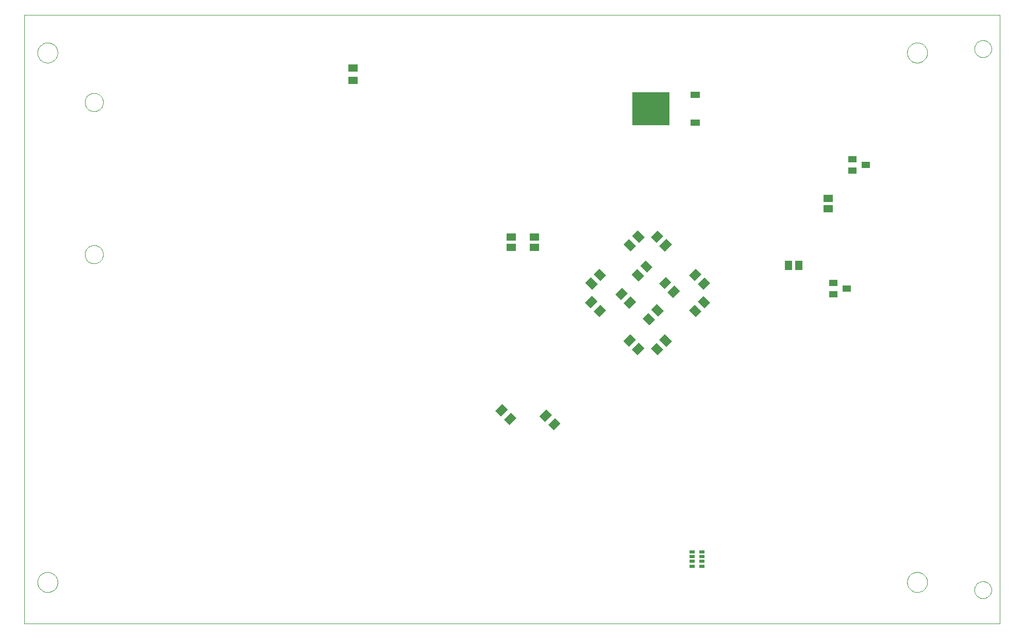
<source format=gbp>
G75*
G70*
%OFA0B0*%
%FSLAX24Y24*%
%IPPOS*%
%LPD*%
%AMOC8*
5,1,8,0,0,1.08239X$1,22.5*
%
%ADD10R,0.0512X0.0630*%
%ADD11C,0.0000*%
%ADD12R,0.0630X0.0394*%
%ADD13R,0.2441X0.2126*%
%ADD14R,0.0354X0.0197*%
%ADD15R,0.0551X0.0394*%
%ADD16R,0.0512X0.0591*%
%ADD17R,0.0591X0.0512*%
%ADD18R,0.0630X0.0512*%
D10*
G36*
X035760Y021651D02*
X036122Y021289D01*
X035678Y020845D01*
X035316Y021207D01*
X035760Y021651D01*
G37*
G36*
X036317Y021094D02*
X036679Y020732D01*
X036235Y020288D01*
X035873Y020650D01*
X036317Y021094D01*
G37*
G36*
X038528Y020495D02*
X038166Y020857D01*
X038610Y021301D01*
X038972Y020939D01*
X038528Y020495D01*
G37*
G36*
X039085Y019938D02*
X038723Y020300D01*
X039167Y020744D01*
X039529Y020382D01*
X039085Y019938D01*
G37*
G36*
X044594Y025610D02*
X044956Y025248D01*
X044512Y024804D01*
X044150Y025166D01*
X044594Y025610D01*
G37*
G36*
X044037Y026167D02*
X044399Y025805D01*
X043955Y025361D01*
X043593Y025723D01*
X044037Y026167D01*
G37*
G36*
X045637Y027111D02*
X045275Y026749D01*
X044831Y027193D01*
X045193Y027555D01*
X045637Y027111D01*
G37*
G36*
X046193Y027668D02*
X045831Y027306D01*
X045387Y027750D01*
X045749Y028112D01*
X046193Y027668D01*
G37*
G36*
X046892Y029322D02*
X047254Y028960D01*
X046810Y028516D01*
X046448Y028878D01*
X046892Y029322D01*
G37*
G36*
X046335Y029879D02*
X046697Y029517D01*
X046253Y029073D01*
X045891Y029435D01*
X046335Y029879D01*
G37*
G36*
X044680Y030578D02*
X045042Y030940D01*
X045486Y030496D01*
X045124Y030134D01*
X044680Y030578D01*
G37*
G36*
X044124Y030021D02*
X044486Y030383D01*
X044930Y029939D01*
X044568Y029577D01*
X044124Y030021D01*
G37*
G36*
X043425Y028366D02*
X043063Y028728D01*
X043507Y029172D01*
X043869Y028810D01*
X043425Y028366D01*
G37*
G36*
X043982Y027809D02*
X043620Y028171D01*
X044064Y028615D01*
X044426Y028253D01*
X043982Y027809D01*
G37*
G36*
X042119Y028085D02*
X042481Y027723D01*
X042037Y027279D01*
X041675Y027641D01*
X042119Y028085D01*
G37*
G36*
X041562Y028642D02*
X041924Y028280D01*
X041480Y027836D01*
X041118Y028198D01*
X041562Y028642D01*
G37*
G36*
X041118Y029491D02*
X041480Y029853D01*
X041924Y029409D01*
X041562Y029047D01*
X041118Y029491D01*
G37*
G36*
X041675Y030048D02*
X042037Y030410D01*
X042481Y029966D01*
X042119Y029604D01*
X041675Y030048D01*
G37*
G36*
X044399Y031884D02*
X044037Y031522D01*
X043593Y031966D01*
X043955Y032328D01*
X044399Y031884D01*
G37*
G36*
X044956Y032440D02*
X044594Y032078D01*
X044150Y032522D01*
X044512Y032884D01*
X044956Y032440D01*
G37*
G36*
X045805Y032885D02*
X046167Y032523D01*
X045723Y032079D01*
X045361Y032441D01*
X045805Y032885D01*
G37*
G36*
X046362Y032328D02*
X046724Y031966D01*
X046280Y031522D01*
X045918Y031884D01*
X046362Y032328D01*
G37*
G36*
X048280Y030410D02*
X048642Y030048D01*
X048198Y029604D01*
X047836Y029966D01*
X048280Y030410D01*
G37*
G36*
X048837Y029853D02*
X049199Y029491D01*
X048755Y029047D01*
X048393Y029409D01*
X048837Y029853D01*
G37*
G36*
X048393Y028280D02*
X048755Y028642D01*
X049199Y028198D01*
X048837Y027836D01*
X048393Y028280D01*
G37*
G36*
X047836Y027723D02*
X048198Y028085D01*
X048642Y027641D01*
X048280Y027279D01*
X047836Y027723D01*
G37*
G36*
X046724Y025723D02*
X046362Y025361D01*
X045918Y025805D01*
X046280Y026167D01*
X046724Y025723D01*
G37*
G36*
X046167Y025166D02*
X045805Y024804D01*
X045361Y025248D01*
X045723Y025610D01*
X046167Y025166D01*
G37*
D11*
X004848Y007430D02*
X004848Y046810D01*
X067948Y046810D01*
X067948Y007430D01*
X004848Y007430D01*
X005698Y010120D02*
X005700Y010170D01*
X005706Y010220D01*
X005716Y010270D01*
X005729Y010318D01*
X005746Y010366D01*
X005767Y010412D01*
X005791Y010456D01*
X005819Y010498D01*
X005850Y010538D01*
X005884Y010575D01*
X005921Y010610D01*
X005960Y010641D01*
X006001Y010670D01*
X006045Y010695D01*
X006091Y010717D01*
X006138Y010735D01*
X006186Y010749D01*
X006235Y010760D01*
X006285Y010767D01*
X006335Y010770D01*
X006386Y010769D01*
X006436Y010764D01*
X006486Y010755D01*
X006534Y010743D01*
X006582Y010726D01*
X006628Y010706D01*
X006673Y010683D01*
X006716Y010656D01*
X006756Y010626D01*
X006794Y010593D01*
X006829Y010557D01*
X006862Y010518D01*
X006891Y010477D01*
X006917Y010434D01*
X006940Y010389D01*
X006959Y010342D01*
X006974Y010294D01*
X006986Y010245D01*
X006994Y010195D01*
X006998Y010145D01*
X006998Y010095D01*
X006994Y010045D01*
X006986Y009995D01*
X006974Y009946D01*
X006959Y009898D01*
X006940Y009851D01*
X006917Y009806D01*
X006891Y009763D01*
X006862Y009722D01*
X006829Y009683D01*
X006794Y009647D01*
X006756Y009614D01*
X006716Y009584D01*
X006673Y009557D01*
X006628Y009534D01*
X006582Y009514D01*
X006534Y009497D01*
X006486Y009485D01*
X006436Y009476D01*
X006386Y009471D01*
X006335Y009470D01*
X006285Y009473D01*
X006235Y009480D01*
X006186Y009491D01*
X006138Y009505D01*
X006091Y009523D01*
X006045Y009545D01*
X006001Y009570D01*
X005960Y009599D01*
X005921Y009630D01*
X005884Y009665D01*
X005850Y009702D01*
X005819Y009742D01*
X005791Y009784D01*
X005767Y009828D01*
X005746Y009874D01*
X005729Y009922D01*
X005716Y009970D01*
X005706Y010020D01*
X005700Y010070D01*
X005698Y010120D01*
X008757Y031323D02*
X008759Y031371D01*
X008765Y031419D01*
X008775Y031466D01*
X008788Y031512D01*
X008806Y031557D01*
X008826Y031601D01*
X008851Y031643D01*
X008879Y031682D01*
X008909Y031719D01*
X008943Y031753D01*
X008980Y031785D01*
X009018Y031814D01*
X009059Y031839D01*
X009102Y031861D01*
X009147Y031879D01*
X009193Y031893D01*
X009240Y031904D01*
X009288Y031911D01*
X009336Y031914D01*
X009384Y031913D01*
X009432Y031908D01*
X009480Y031899D01*
X009526Y031887D01*
X009571Y031870D01*
X009615Y031850D01*
X009657Y031827D01*
X009697Y031800D01*
X009735Y031770D01*
X009770Y031737D01*
X009802Y031701D01*
X009832Y031663D01*
X009858Y031622D01*
X009880Y031579D01*
X009900Y031535D01*
X009915Y031490D01*
X009927Y031443D01*
X009935Y031395D01*
X009939Y031347D01*
X009939Y031299D01*
X009935Y031251D01*
X009927Y031203D01*
X009915Y031156D01*
X009900Y031111D01*
X009880Y031067D01*
X009858Y031024D01*
X009832Y030983D01*
X009802Y030945D01*
X009770Y030909D01*
X009735Y030876D01*
X009697Y030846D01*
X009657Y030819D01*
X009615Y030796D01*
X009571Y030776D01*
X009526Y030759D01*
X009480Y030747D01*
X009432Y030738D01*
X009384Y030733D01*
X009336Y030732D01*
X009288Y030735D01*
X009240Y030742D01*
X009193Y030753D01*
X009147Y030767D01*
X009102Y030785D01*
X009059Y030807D01*
X009018Y030832D01*
X008980Y030861D01*
X008943Y030893D01*
X008909Y030927D01*
X008879Y030964D01*
X008851Y031003D01*
X008826Y031045D01*
X008806Y031089D01*
X008788Y031134D01*
X008775Y031180D01*
X008765Y031227D01*
X008759Y031275D01*
X008757Y031323D01*
X008757Y041166D02*
X008759Y041214D01*
X008765Y041262D01*
X008775Y041309D01*
X008788Y041355D01*
X008806Y041400D01*
X008826Y041444D01*
X008851Y041486D01*
X008879Y041525D01*
X008909Y041562D01*
X008943Y041596D01*
X008980Y041628D01*
X009018Y041657D01*
X009059Y041682D01*
X009102Y041704D01*
X009147Y041722D01*
X009193Y041736D01*
X009240Y041747D01*
X009288Y041754D01*
X009336Y041757D01*
X009384Y041756D01*
X009432Y041751D01*
X009480Y041742D01*
X009526Y041730D01*
X009571Y041713D01*
X009615Y041693D01*
X009657Y041670D01*
X009697Y041643D01*
X009735Y041613D01*
X009770Y041580D01*
X009802Y041544D01*
X009832Y041506D01*
X009858Y041465D01*
X009880Y041422D01*
X009900Y041378D01*
X009915Y041333D01*
X009927Y041286D01*
X009935Y041238D01*
X009939Y041190D01*
X009939Y041142D01*
X009935Y041094D01*
X009927Y041046D01*
X009915Y040999D01*
X009900Y040954D01*
X009880Y040910D01*
X009858Y040867D01*
X009832Y040826D01*
X009802Y040788D01*
X009770Y040752D01*
X009735Y040719D01*
X009697Y040689D01*
X009657Y040662D01*
X009615Y040639D01*
X009571Y040619D01*
X009526Y040602D01*
X009480Y040590D01*
X009432Y040581D01*
X009384Y040576D01*
X009336Y040575D01*
X009288Y040578D01*
X009240Y040585D01*
X009193Y040596D01*
X009147Y040610D01*
X009102Y040628D01*
X009059Y040650D01*
X009018Y040675D01*
X008980Y040704D01*
X008943Y040736D01*
X008909Y040770D01*
X008879Y040807D01*
X008851Y040846D01*
X008826Y040888D01*
X008806Y040932D01*
X008788Y040977D01*
X008775Y041023D01*
X008765Y041070D01*
X008759Y041118D01*
X008757Y041166D01*
X005698Y044370D02*
X005700Y044420D01*
X005706Y044470D01*
X005716Y044520D01*
X005729Y044568D01*
X005746Y044616D01*
X005767Y044662D01*
X005791Y044706D01*
X005819Y044748D01*
X005850Y044788D01*
X005884Y044825D01*
X005921Y044860D01*
X005960Y044891D01*
X006001Y044920D01*
X006045Y044945D01*
X006091Y044967D01*
X006138Y044985D01*
X006186Y044999D01*
X006235Y045010D01*
X006285Y045017D01*
X006335Y045020D01*
X006386Y045019D01*
X006436Y045014D01*
X006486Y045005D01*
X006534Y044993D01*
X006582Y044976D01*
X006628Y044956D01*
X006673Y044933D01*
X006716Y044906D01*
X006756Y044876D01*
X006794Y044843D01*
X006829Y044807D01*
X006862Y044768D01*
X006891Y044727D01*
X006917Y044684D01*
X006940Y044639D01*
X006959Y044592D01*
X006974Y044544D01*
X006986Y044495D01*
X006994Y044445D01*
X006998Y044395D01*
X006998Y044345D01*
X006994Y044295D01*
X006986Y044245D01*
X006974Y044196D01*
X006959Y044148D01*
X006940Y044101D01*
X006917Y044056D01*
X006891Y044013D01*
X006862Y043972D01*
X006829Y043933D01*
X006794Y043897D01*
X006756Y043864D01*
X006716Y043834D01*
X006673Y043807D01*
X006628Y043784D01*
X006582Y043764D01*
X006534Y043747D01*
X006486Y043735D01*
X006436Y043726D01*
X006386Y043721D01*
X006335Y043720D01*
X006285Y043723D01*
X006235Y043730D01*
X006186Y043741D01*
X006138Y043755D01*
X006091Y043773D01*
X006045Y043795D01*
X006001Y043820D01*
X005960Y043849D01*
X005921Y043880D01*
X005884Y043915D01*
X005850Y043952D01*
X005819Y043992D01*
X005791Y044034D01*
X005767Y044078D01*
X005746Y044124D01*
X005729Y044172D01*
X005716Y044220D01*
X005706Y044270D01*
X005700Y044320D01*
X005698Y044370D01*
X061948Y044370D02*
X061950Y044420D01*
X061956Y044470D01*
X061966Y044520D01*
X061979Y044568D01*
X061996Y044616D01*
X062017Y044662D01*
X062041Y044706D01*
X062069Y044748D01*
X062100Y044788D01*
X062134Y044825D01*
X062171Y044860D01*
X062210Y044891D01*
X062251Y044920D01*
X062295Y044945D01*
X062341Y044967D01*
X062388Y044985D01*
X062436Y044999D01*
X062485Y045010D01*
X062535Y045017D01*
X062585Y045020D01*
X062636Y045019D01*
X062686Y045014D01*
X062736Y045005D01*
X062784Y044993D01*
X062832Y044976D01*
X062878Y044956D01*
X062923Y044933D01*
X062966Y044906D01*
X063006Y044876D01*
X063044Y044843D01*
X063079Y044807D01*
X063112Y044768D01*
X063141Y044727D01*
X063167Y044684D01*
X063190Y044639D01*
X063209Y044592D01*
X063224Y044544D01*
X063236Y044495D01*
X063244Y044445D01*
X063248Y044395D01*
X063248Y044345D01*
X063244Y044295D01*
X063236Y044245D01*
X063224Y044196D01*
X063209Y044148D01*
X063190Y044101D01*
X063167Y044056D01*
X063141Y044013D01*
X063112Y043972D01*
X063079Y043933D01*
X063044Y043897D01*
X063006Y043864D01*
X062966Y043834D01*
X062923Y043807D01*
X062878Y043784D01*
X062832Y043764D01*
X062784Y043747D01*
X062736Y043735D01*
X062686Y043726D01*
X062636Y043721D01*
X062585Y043720D01*
X062535Y043723D01*
X062485Y043730D01*
X062436Y043741D01*
X062388Y043755D01*
X062341Y043773D01*
X062295Y043795D01*
X062251Y043820D01*
X062210Y043849D01*
X062171Y043880D01*
X062134Y043915D01*
X062100Y043952D01*
X062069Y043992D01*
X062041Y044034D01*
X062017Y044078D01*
X061996Y044124D01*
X061979Y044172D01*
X061966Y044220D01*
X061956Y044270D01*
X061950Y044320D01*
X061948Y044370D01*
X066298Y044620D02*
X066300Y044667D01*
X066306Y044713D01*
X066316Y044759D01*
X066329Y044803D01*
X066347Y044847D01*
X066368Y044888D01*
X066392Y044928D01*
X066420Y044966D01*
X066451Y045001D01*
X066485Y045033D01*
X066521Y045062D01*
X066560Y045088D01*
X066600Y045111D01*
X066643Y045130D01*
X066687Y045146D01*
X066732Y045158D01*
X066778Y045166D01*
X066825Y045170D01*
X066871Y045170D01*
X066918Y045166D01*
X066964Y045158D01*
X067009Y045146D01*
X067053Y045130D01*
X067096Y045111D01*
X067136Y045088D01*
X067175Y045062D01*
X067211Y045033D01*
X067245Y045001D01*
X067276Y044966D01*
X067304Y044928D01*
X067328Y044888D01*
X067349Y044847D01*
X067367Y044803D01*
X067380Y044759D01*
X067390Y044713D01*
X067396Y044667D01*
X067398Y044620D01*
X067396Y044573D01*
X067390Y044527D01*
X067380Y044481D01*
X067367Y044437D01*
X067349Y044393D01*
X067328Y044352D01*
X067304Y044312D01*
X067276Y044274D01*
X067245Y044239D01*
X067211Y044207D01*
X067175Y044178D01*
X067136Y044152D01*
X067096Y044129D01*
X067053Y044110D01*
X067009Y044094D01*
X066964Y044082D01*
X066918Y044074D01*
X066871Y044070D01*
X066825Y044070D01*
X066778Y044074D01*
X066732Y044082D01*
X066687Y044094D01*
X066643Y044110D01*
X066600Y044129D01*
X066560Y044152D01*
X066521Y044178D01*
X066485Y044207D01*
X066451Y044239D01*
X066420Y044274D01*
X066392Y044312D01*
X066368Y044352D01*
X066347Y044393D01*
X066329Y044437D01*
X066316Y044481D01*
X066306Y044527D01*
X066300Y044573D01*
X066298Y044620D01*
X061948Y010120D02*
X061950Y010170D01*
X061956Y010220D01*
X061966Y010270D01*
X061979Y010318D01*
X061996Y010366D01*
X062017Y010412D01*
X062041Y010456D01*
X062069Y010498D01*
X062100Y010538D01*
X062134Y010575D01*
X062171Y010610D01*
X062210Y010641D01*
X062251Y010670D01*
X062295Y010695D01*
X062341Y010717D01*
X062388Y010735D01*
X062436Y010749D01*
X062485Y010760D01*
X062535Y010767D01*
X062585Y010770D01*
X062636Y010769D01*
X062686Y010764D01*
X062736Y010755D01*
X062784Y010743D01*
X062832Y010726D01*
X062878Y010706D01*
X062923Y010683D01*
X062966Y010656D01*
X063006Y010626D01*
X063044Y010593D01*
X063079Y010557D01*
X063112Y010518D01*
X063141Y010477D01*
X063167Y010434D01*
X063190Y010389D01*
X063209Y010342D01*
X063224Y010294D01*
X063236Y010245D01*
X063244Y010195D01*
X063248Y010145D01*
X063248Y010095D01*
X063244Y010045D01*
X063236Y009995D01*
X063224Y009946D01*
X063209Y009898D01*
X063190Y009851D01*
X063167Y009806D01*
X063141Y009763D01*
X063112Y009722D01*
X063079Y009683D01*
X063044Y009647D01*
X063006Y009614D01*
X062966Y009584D01*
X062923Y009557D01*
X062878Y009534D01*
X062832Y009514D01*
X062784Y009497D01*
X062736Y009485D01*
X062686Y009476D01*
X062636Y009471D01*
X062585Y009470D01*
X062535Y009473D01*
X062485Y009480D01*
X062436Y009491D01*
X062388Y009505D01*
X062341Y009523D01*
X062295Y009545D01*
X062251Y009570D01*
X062210Y009599D01*
X062171Y009630D01*
X062134Y009665D01*
X062100Y009702D01*
X062069Y009742D01*
X062041Y009784D01*
X062017Y009828D01*
X061996Y009874D01*
X061979Y009922D01*
X061966Y009970D01*
X061956Y010020D01*
X061950Y010070D01*
X061948Y010120D01*
X066298Y009620D02*
X066300Y009667D01*
X066306Y009713D01*
X066316Y009759D01*
X066329Y009803D01*
X066347Y009847D01*
X066368Y009888D01*
X066392Y009928D01*
X066420Y009966D01*
X066451Y010001D01*
X066485Y010033D01*
X066521Y010062D01*
X066560Y010088D01*
X066600Y010111D01*
X066643Y010130D01*
X066687Y010146D01*
X066732Y010158D01*
X066778Y010166D01*
X066825Y010170D01*
X066871Y010170D01*
X066918Y010166D01*
X066964Y010158D01*
X067009Y010146D01*
X067053Y010130D01*
X067096Y010111D01*
X067136Y010088D01*
X067175Y010062D01*
X067211Y010033D01*
X067245Y010001D01*
X067276Y009966D01*
X067304Y009928D01*
X067328Y009888D01*
X067349Y009847D01*
X067367Y009803D01*
X067380Y009759D01*
X067390Y009713D01*
X067396Y009667D01*
X067398Y009620D01*
X067396Y009573D01*
X067390Y009527D01*
X067380Y009481D01*
X067367Y009437D01*
X067349Y009393D01*
X067328Y009352D01*
X067304Y009312D01*
X067276Y009274D01*
X067245Y009239D01*
X067211Y009207D01*
X067175Y009178D01*
X067136Y009152D01*
X067096Y009129D01*
X067053Y009110D01*
X067009Y009094D01*
X066964Y009082D01*
X066918Y009074D01*
X066871Y009070D01*
X066825Y009070D01*
X066778Y009074D01*
X066732Y009082D01*
X066687Y009094D01*
X066643Y009110D01*
X066600Y009129D01*
X066560Y009152D01*
X066521Y009178D01*
X066485Y009207D01*
X066451Y009239D01*
X066420Y009274D01*
X066392Y009312D01*
X066368Y009352D01*
X066347Y009393D01*
X066329Y009437D01*
X066316Y009481D01*
X066306Y009527D01*
X066300Y009573D01*
X066298Y009620D01*
D12*
X048238Y039847D03*
X048238Y041642D03*
D13*
X045364Y040745D03*
D14*
X048033Y012092D03*
X048033Y011777D03*
X048033Y011462D03*
X048033Y011147D03*
X048663Y011147D03*
X048663Y011462D03*
X048663Y011777D03*
X048663Y012092D03*
D15*
X057165Y028746D03*
X057165Y029494D03*
X058031Y029120D03*
X058415Y036746D03*
X059281Y037120D03*
X058415Y037494D03*
D16*
X054933Y030620D03*
X054263Y030620D03*
D17*
X056848Y034285D03*
X056848Y034954D03*
X037848Y032454D03*
X037848Y031785D03*
X036348Y031785D03*
X036348Y032454D03*
D18*
X026098Y042576D03*
X026098Y043363D03*
M02*

</source>
